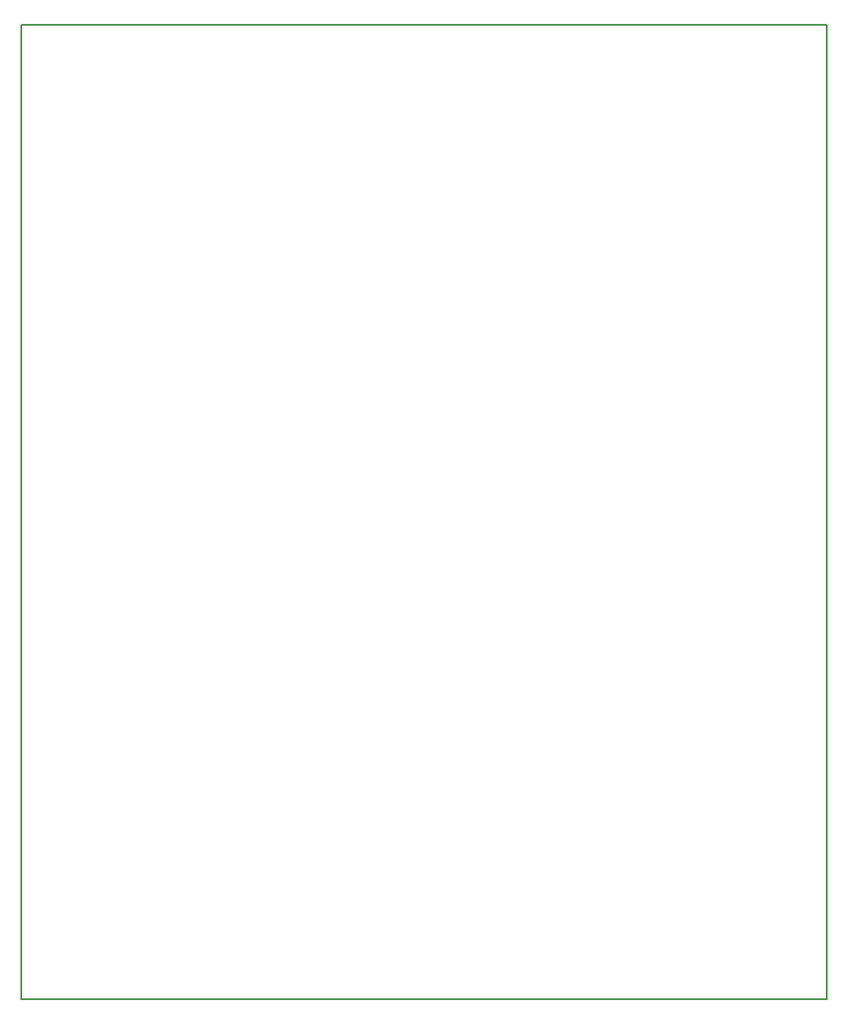
<source format=gm1>
G04 #@! TF.GenerationSoftware,KiCad,Pcbnew,(5.0.0)*
G04 #@! TF.CreationDate,2019-05-30T12:20:16+02:00*
G04 #@! TF.ProjectId,ODMeter,4F444D657465722E6B696361645F7063,rev?*
G04 #@! TF.SameCoordinates,Original*
G04 #@! TF.FileFunction,Profile,NP*
%FSLAX46Y46*%
G04 Gerber Fmt 4.6, Leading zero omitted, Abs format (unit mm)*
G04 Created by KiCad (PCBNEW (5.0.0)) date 05/30/19 12:20:16*
%MOMM*%
%LPD*%
G01*
G04 APERTURE LIST*
%ADD10C,0.150000*%
G04 APERTURE END LIST*
D10*
X68000000Y-145000000D02*
X68000000Y-52000000D01*
X145000000Y-145000000D02*
X68000000Y-145000000D01*
X145000000Y-52000000D02*
X145000000Y-145000000D01*
X68000000Y-52000000D02*
X145000000Y-52000000D01*
M02*

</source>
